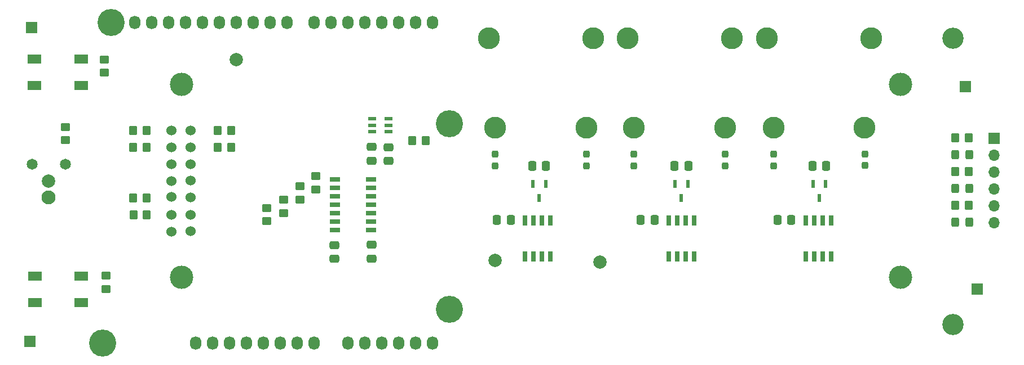
<source format=gts>
G04 #@! TF.GenerationSoftware,KiCad,Pcbnew,(6.0.6)*
G04 #@! TF.CreationDate,2023-01-03T01:07:17+09:00*
G04 #@! TF.ProjectId,mt_reflowcnt,6d745f72-6566-46c6-9f77-636e742e6b69,rev?*
G04 #@! TF.SameCoordinates,Original*
G04 #@! TF.FileFunction,Soldermask,Top*
G04 #@! TF.FilePolarity,Negative*
%FSLAX46Y46*%
G04 Gerber Fmt 4.6, Leading zero omitted, Abs format (unit mm)*
G04 Created by KiCad (PCBNEW (6.0.6)) date 2023-01-03 01:07:17*
%MOMM*%
%LPD*%
G01*
G04 APERTURE LIST*
G04 Aperture macros list*
%AMRoundRect*
0 Rectangle with rounded corners*
0 $1 Rounding radius*
0 $2 $3 $4 $5 $6 $7 $8 $9 X,Y pos of 4 corners*
0 Add a 4 corners polygon primitive as box body*
4,1,4,$2,$3,$4,$5,$6,$7,$8,$9,$2,$3,0*
0 Add four circle primitives for the rounded corners*
1,1,$1+$1,$2,$3*
1,1,$1+$1,$4,$5*
1,1,$1+$1,$6,$7*
1,1,$1+$1,$8,$9*
0 Add four rect primitives between the rounded corners*
20,1,$1+$1,$2,$3,$4,$5,0*
20,1,$1+$1,$4,$5,$6,$7,0*
20,1,$1+$1,$6,$7,$8,$9,0*
20,1,$1+$1,$8,$9,$2,$3,0*%
G04 Aperture macros list end*
%ADD10O,1.727200X2.032000*%
%ADD11C,4.064000*%
%ADD12R,2.000000X1.400000*%
%ADD13R,1.200000X0.600000*%
%ADD14R,0.650000X1.525000*%
%ADD15RoundRect,0.250000X-0.450000X0.350000X-0.450000X-0.350000X0.450000X-0.350000X0.450000X0.350000X0*%
%ADD16RoundRect,0.250000X0.325000X0.450000X-0.325000X0.450000X-0.325000X-0.450000X0.325000X-0.450000X0*%
%ADD17C,3.294000*%
%ADD18R,1.700000X1.700000*%
%ADD19RoundRect,0.250000X0.337500X0.475000X-0.337500X0.475000X-0.337500X-0.475000X0.337500X-0.475000X0*%
%ADD20C,2.000000*%
%ADD21C,3.200000*%
%ADD22RoundRect,0.250000X0.350000X0.450000X-0.350000X0.450000X-0.350000X-0.450000X0.350000X-0.450000X0*%
%ADD23RoundRect,0.237500X0.237500X-0.287500X0.237500X0.287500X-0.237500X0.287500X-0.237500X-0.287500X0*%
%ADD24RoundRect,0.250000X0.450000X-0.350000X0.450000X0.350000X-0.450000X0.350000X-0.450000X-0.350000X0*%
%ADD25RoundRect,0.250000X-0.475000X0.337500X-0.475000X-0.337500X0.475000X-0.337500X0.475000X0.337500X0*%
%ADD26RoundRect,0.250000X-0.350000X-0.450000X0.350000X-0.450000X0.350000X0.450000X-0.350000X0.450000X0*%
%ADD27R,0.600000X1.250000*%
%ADD28R,1.525000X0.650000*%
%ADD29C,3.500000*%
%ADD30C,1.524000*%
%ADD31O,1.700000X1.700000*%
%ADD32C,1.650000*%
%ADD33C,2.100000*%
G04 APERTURE END LIST*
D10*
G04 #@! TO.C,P1*
X138938000Y-123825000D03*
X141478000Y-123825000D03*
X144018000Y-123825000D03*
X146558000Y-123825000D03*
X149098000Y-123825000D03*
X151638000Y-123825000D03*
X154178000Y-123825000D03*
X156718000Y-123825000D03*
G04 #@! TD*
G04 #@! TO.C,P2*
X161798000Y-123825000D03*
X164338000Y-123825000D03*
X166878000Y-123825000D03*
X169418000Y-123825000D03*
X171958000Y-123825000D03*
X174498000Y-123825000D03*
G04 #@! TD*
G04 #@! TO.C,P3*
X129794000Y-75565000D03*
X132334000Y-75565000D03*
X134874000Y-75565000D03*
X137414000Y-75565000D03*
X139954000Y-75565000D03*
X142494000Y-75565000D03*
X145034000Y-75565000D03*
X147574000Y-75565000D03*
X150114000Y-75565000D03*
X152654000Y-75565000D03*
G04 #@! TD*
G04 #@! TO.C,P4*
X156718000Y-75565000D03*
X159258000Y-75565000D03*
X161798000Y-75565000D03*
X164338000Y-75565000D03*
X166878000Y-75565000D03*
X169418000Y-75565000D03*
X171958000Y-75565000D03*
X174498000Y-75565000D03*
G04 #@! TD*
D11*
G04 #@! TO.C,P5*
X124968000Y-123825000D03*
G04 #@! TD*
G04 #@! TO.C,P6*
X177038000Y-118745000D03*
G04 #@! TD*
G04 #@! TO.C,P7*
X126238000Y-75565000D03*
G04 #@! TD*
G04 #@! TO.C,P8*
X177038000Y-90805000D03*
G04 #@! TD*
D12*
G04 #@! TO.C,S2*
X114711600Y-81083400D03*
X121711600Y-81083400D03*
X114711600Y-85083400D03*
X121711600Y-85083400D03*
G04 #@! TD*
D13*
G04 #@! TO.C,IC2*
X167874000Y-92009000D03*
X167874000Y-91059000D03*
X167874000Y-90109000D03*
X165374000Y-90109000D03*
X165374000Y-91059000D03*
X165374000Y-92009000D03*
G04 #@! TD*
D14*
G04 #@! TO.C,IC5*
X234315000Y-105365000D03*
X233045000Y-105365000D03*
X231775000Y-105365000D03*
X230505000Y-105365000D03*
X230505000Y-110789000D03*
X231775000Y-110789000D03*
X233045000Y-110789000D03*
X234315000Y-110789000D03*
G04 #@! TD*
D15*
G04 #@! TO.C,R16*
X154559000Y-100235000D03*
X154559000Y-102235000D03*
G04 #@! TD*
G04 #@! TO.C,R14*
X149606000Y-103521000D03*
X149606000Y-105521000D03*
G04 #@! TD*
D16*
G04 #@! TO.C,D3*
X255034000Y-105664000D03*
X252984000Y-105664000D03*
G04 #@! TD*
D14*
G04 #@! TO.C,IC4*
X213741000Y-105365000D03*
X212471000Y-105365000D03*
X211201000Y-105365000D03*
X209931000Y-105365000D03*
X209931000Y-110789000D03*
X211201000Y-110789000D03*
X212471000Y-110789000D03*
X213741000Y-110789000D03*
G04 #@! TD*
D17*
G04 #@! TO.C,J4*
X225661600Y-91439800D03*
X239361600Y-91439800D03*
X224661600Y-77939800D03*
X240361600Y-77939800D03*
G04 #@! TD*
D18*
G04 #@! TO.C,J6*
X114300000Y-76327000D03*
G04 #@! TD*
G04 #@! TO.C,J8*
X254508000Y-85217000D03*
G04 #@! TD*
D19*
G04 #@! TO.C,C6*
X207793500Y-105283000D03*
X205718500Y-105283000D03*
G04 #@! TD*
D20*
G04 #@! TO.C,TP2*
X199644000Y-111633000D03*
G04 #@! TD*
D21*
G04 #@! TO.C,H1*
X252603000Y-77978000D03*
G04 #@! TD*
D22*
G04 #@! TO.C,R18*
X173466000Y-93345000D03*
X171466000Y-93345000D03*
G04 #@! TD*
D17*
G04 #@! TO.C,J2*
X183904000Y-91459000D03*
X197604000Y-91459000D03*
X182904000Y-77959000D03*
X198604000Y-77959000D03*
G04 #@! TD*
D22*
G04 #@! TO.C,R5*
X254984000Y-103124000D03*
X252984000Y-103124000D03*
G04 #@! TD*
G04 #@! TO.C,R9*
X131556000Y-94361000D03*
X129556000Y-94361000D03*
G04 #@! TD*
G04 #@! TO.C,R2*
X254984000Y-92964000D03*
X252984000Y-92964000D03*
G04 #@! TD*
D15*
G04 #@! TO.C,R15*
X152146000Y-102267000D03*
X152146000Y-104267000D03*
G04 #@! TD*
D22*
G04 #@! TO.C,R6*
X131572000Y-104521000D03*
X129572000Y-104521000D03*
G04 #@! TD*
D15*
G04 #@! TO.C,R17*
X156972000Y-98711000D03*
X156972000Y-100711000D03*
G04 #@! TD*
D16*
G04 #@! TO.C,D2*
X255034000Y-100584000D03*
X252984000Y-100584000D03*
G04 #@! TD*
D23*
G04 #@! TO.C,L3*
X204724000Y-97155000D03*
X204724000Y-95405000D03*
G04 #@! TD*
D24*
G04 #@! TO.C,R13*
X125222000Y-83153000D03*
X125222000Y-81153000D03*
G04 #@! TD*
D25*
G04 #@! TO.C,C4*
X167894000Y-94361000D03*
X167894000Y-96436000D03*
G04 #@! TD*
D26*
G04 #@! TO.C,R10*
X142256000Y-91821000D03*
X144256000Y-91821000D03*
G04 #@! TD*
D27*
G04 #@! TO.C,IC8*
X233492000Y-99915000D03*
X231582000Y-99915000D03*
X232537000Y-102015000D03*
G04 #@! TD*
D23*
G04 #@! TO.C,L2*
X197612000Y-97155000D03*
X197612000Y-95405000D03*
G04 #@! TD*
D20*
G04 #@! TO.C,TP3*
X183896000Y-111379000D03*
G04 #@! TD*
D22*
G04 #@! TO.C,R7*
X131556000Y-101981000D03*
X129556000Y-101981000D03*
G04 #@! TD*
D18*
G04 #@! TO.C,J5*
X114046000Y-123571000D03*
G04 #@! TD*
D28*
G04 #@! TO.C,IC1*
X165272000Y-106807000D03*
X165272000Y-105537000D03*
X165272000Y-104267000D03*
X165272000Y-102997000D03*
X165272000Y-101727000D03*
X165272000Y-100457000D03*
X165272000Y-99187000D03*
X159848000Y-99187000D03*
X159848000Y-100457000D03*
X159848000Y-101727000D03*
X159848000Y-102997000D03*
X159848000Y-104267000D03*
X159848000Y-105537000D03*
X159848000Y-106807000D03*
G04 #@! TD*
D23*
G04 #@! TO.C,L6*
X239395000Y-97141000D03*
X239395000Y-95391000D03*
G04 #@! TD*
D12*
G04 #@! TO.C,S1*
X114762400Y-113747800D03*
X121762400Y-113747800D03*
X114762400Y-117747800D03*
X121762400Y-117747800D03*
G04 #@! TD*
D29*
G04 #@! TO.C,U1*
X136770000Y-84941000D03*
X244770000Y-84941000D03*
X244770000Y-113941000D03*
X136770000Y-113941000D03*
D30*
X138170000Y-107021000D03*
X135270000Y-107061000D03*
X138170000Y-104521000D03*
X135270000Y-104521000D03*
X138170000Y-101911000D03*
X135270000Y-101891000D03*
X138170000Y-99431000D03*
X135270000Y-99441000D03*
X138170000Y-96901000D03*
X135270000Y-96901000D03*
X138170000Y-94361000D03*
X135270000Y-94361000D03*
X138170000Y-91821000D03*
X135270000Y-91821000D03*
G04 #@! TD*
D27*
G04 #@! TO.C,IC6*
X191455000Y-99915000D03*
X189545000Y-99915000D03*
X190500000Y-102015000D03*
G04 #@! TD*
D21*
G04 #@! TO.C,H2*
X252603000Y-121031000D03*
G04 #@! TD*
D22*
G04 #@! TO.C,R11*
X131556000Y-91821000D03*
X129556000Y-91821000D03*
G04 #@! TD*
D20*
G04 #@! TO.C,TP1*
X145034000Y-81153000D03*
G04 #@! TD*
D18*
G04 #@! TO.C,J1*
X258826000Y-93040200D03*
D31*
X258826000Y-95580200D03*
X258826000Y-98120200D03*
X258826000Y-100660200D03*
X258826000Y-103200200D03*
X258826000Y-105740200D03*
G04 #@! TD*
D25*
G04 #@! TO.C,C3*
X165354000Y-109050000D03*
X165354000Y-111125000D03*
G04 #@! TD*
D22*
G04 #@! TO.C,R4*
X254984000Y-98044000D03*
X252984000Y-98044000D03*
G04 #@! TD*
D16*
G04 #@! TO.C,D1*
X255034000Y-95504000D03*
X252984000Y-95504000D03*
G04 #@! TD*
D24*
G04 #@! TO.C,R12*
X125476000Y-115697000D03*
X125476000Y-113697000D03*
G04 #@! TD*
D19*
G04 #@! TO.C,C8*
X191516000Y-97155000D03*
X189441000Y-97155000D03*
G04 #@! TD*
G04 #@! TO.C,C7*
X228346000Y-105283000D03*
X226271000Y-105283000D03*
G04 #@! TD*
D26*
G04 #@! TO.C,R8*
X142240000Y-94361000D03*
X144240000Y-94361000D03*
G04 #@! TD*
D27*
G04 #@! TO.C,IC7*
X212791000Y-99915000D03*
X210881000Y-99915000D03*
X211836000Y-102015000D03*
G04 #@! TD*
D18*
G04 #@! TO.C,J7*
X256286000Y-115697000D03*
G04 #@! TD*
D23*
G04 #@! TO.C,L4*
X218440000Y-97155000D03*
X218440000Y-95405000D03*
G04 #@! TD*
D17*
G04 #@! TO.C,J3*
X204732000Y-91439800D03*
X218432000Y-91439800D03*
X203732000Y-77939800D03*
X219432000Y-77939800D03*
G04 #@! TD*
D20*
G04 #@! TO.C,R3*
X116840000Y-99451400D03*
D32*
X119340000Y-96951400D03*
X114340000Y-96951400D03*
D33*
X116840000Y-101951400D03*
G04 #@! TD*
D19*
G04 #@! TO.C,C10*
X233596000Y-97155000D03*
X231521000Y-97155000D03*
G04 #@! TD*
D25*
G04 #@! TO.C,C1*
X159766000Y-109093000D03*
X159766000Y-111168000D03*
G04 #@! TD*
D19*
G04 #@! TO.C,C9*
X212873500Y-97155000D03*
X210798500Y-97155000D03*
G04 #@! TD*
D25*
G04 #@! TO.C,C2*
X165354000Y-94339500D03*
X165354000Y-96414500D03*
G04 #@! TD*
D19*
G04 #@! TO.C,C5*
X186203500Y-105283000D03*
X184128500Y-105283000D03*
G04 #@! TD*
D23*
G04 #@! TO.C,L5*
X225679000Y-97155000D03*
X225679000Y-95405000D03*
G04 #@! TD*
D15*
G04 #@! TO.C,R1*
X119380000Y-91329000D03*
X119380000Y-93329000D03*
G04 #@! TD*
D23*
G04 #@! TO.C,L1*
X183896000Y-97155000D03*
X183896000Y-95405000D03*
G04 #@! TD*
D14*
G04 #@! TO.C,IC3*
X192151000Y-105365000D03*
X190881000Y-105365000D03*
X189611000Y-105365000D03*
X188341000Y-105365000D03*
X188341000Y-110789000D03*
X189611000Y-110789000D03*
X190881000Y-110789000D03*
X192151000Y-110789000D03*
G04 #@! TD*
M02*

</source>
